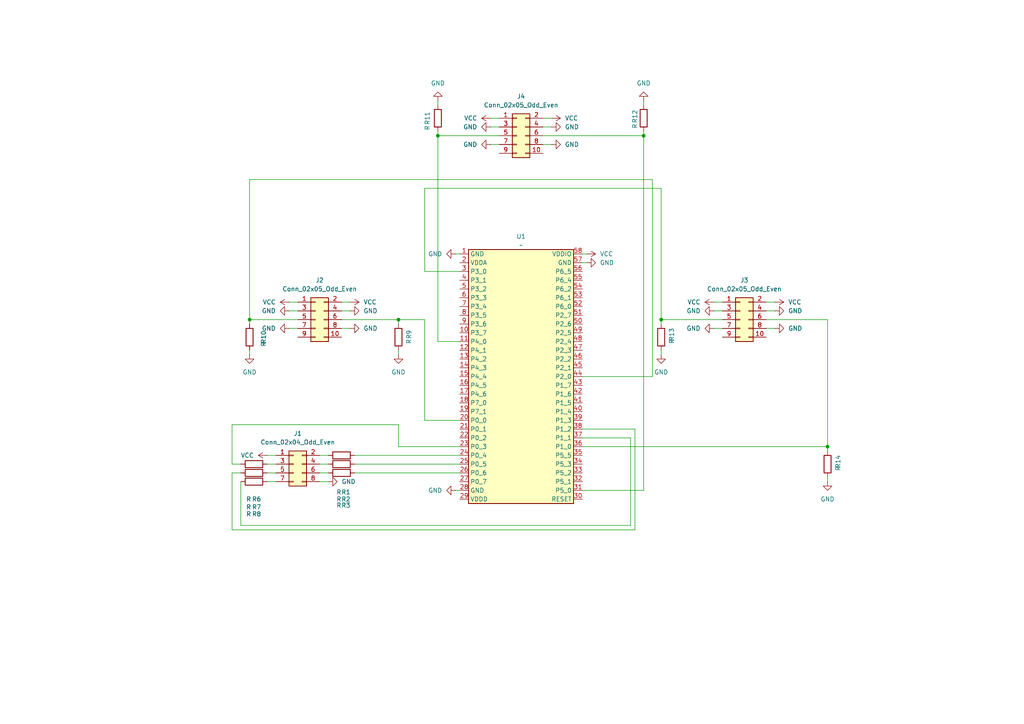
<source format=kicad_sch>
(kicad_sch (version 20231120) (generator "eeschema") (generator_version "8.0")
  (paper "A4")
  (lib_symbols
    (symbol "Connector_Generic:Conn_02x04_Odd_Even" (pin_names (offset 1.016) hide)
      (property "Reference" "J" (at 1.27 5.08 0))
      (property "Value" "Conn_02x04_Odd_Even" (at 1.27 -7.62 0))
      (symbol "Conn_02x04_Odd_Even_1_1"
        (rectangle (start -1.27 -4.953) (end 0 -5.207) (stroke (width 0.1524)))
        (rectangle (start -1.27 -2.413) (end 0 -2.667) (stroke (width 0.1524)))
        (rectangle (start -1.27 0.127) (end 0 -0.127) (stroke (width 0.1524)))
        (rectangle (start -1.27 2.667) (end 0 2.413) (stroke (width 0.1524)))
        (rectangle (start -1.27 3.81) (end 3.81 -6.35) (stroke (width 0.254)) (fill (type background)))
        (rectangle (start 3.81 -4.953) (end 2.54 -5.207) (stroke (width 0.1524)))
        (rectangle (start 3.81 -2.413) (end 2.54 -2.667) (stroke (width 0.1524)))
        (rectangle (start 3.81 0.127) (end 2.54 -0.127) (stroke (width 0.1524)))
        (rectangle (start 3.81 2.667) (end 2.54 2.413) (stroke (width 0.1524)))
        (pin passive line (at -5.08 2.54 0) (length 3.81) (name "Pin_1") (number "1"))
        (pin passive line (at 7.62 2.54 180) (length 3.81) (name "Pin_2") (number "2"))
        (pin passive line (at -5.08 0 0) (length 3.81) (name "Pin_3") (number "3"))
        (pin passive line (at 7.62 0 180) (length 3.81) (name "Pin_4") (number "4"))
        (pin passive line (at -5.08 -2.54 0) (length 3.81) (name "Pin_5") (number "5"))
        (pin passive line (at 7.62 -2.54 180) (length 3.81) (name "Pin_6") (number "6"))
        (pin passive line (at -5.08 -5.08 0) (length 3.81) (name "Pin_7") (number "7"))
        (pin passive line (at 7.62 -5.08 180) (length 3.81) (name "Pin_8") (number "8"))
      )
    )
    (symbol "Connector_Generic:Conn_02x05_Odd_Even" (pin_names (offset 1.016) hide)
      (property "Reference" "J" (at 1.27 7.62 0))
      (property "Value" "Conn_02x05_Odd_Even" (at 1.27 -7.62 0))
      (symbol "Conn_02x05_Odd_Even_1_1"
        (rectangle (start -1.27 -4.953) (end 0 -5.207) (stroke (width 0.1524)))
        (rectangle (start -1.27 -2.413) (end 0 -2.667) (stroke (width 0.1524)))
        (rectangle (start -1.27 0.127) (end 0 -0.127) (stroke (width 0.1524)))
        (rectangle (start -1.27 2.667) (end 0 2.413) (stroke (width 0.1524)))
        (rectangle (start -1.27 5.207) (end 0 4.953) (stroke (width 0.1524)))
        (rectangle (start -1.27 6.35) (end 3.81 -6.35) (stroke (width 0.254)) (fill (type background)))
        (rectangle (start 3.81 -4.953) (end 2.54 -5.207) (stroke (width 0.1524)))
        (rectangle (start 3.81 -2.413) (end 2.54 -2.667) (stroke (width 0.1524)))
        (rectangle (start 3.81 0.127) (end 2.54 -0.127) (stroke (width 0.1524)))
        (rectangle (start 3.81 2.667) (end 2.54 2.413) (stroke (width 0.1524)))
        (rectangle (start 3.81 5.207) (end 2.54 4.953) (stroke (width 0.1524)))
        (pin passive line (at -5.08 5.08 0) (length 3.81) (name "Pin_1") (number "1"))
        (pin passive line (at 7.62 -5.08 180) (length 3.81) (name "Pin_10") (number "10"))
        (pin passive line (at 7.62 5.08 180) (length 3.81) (name "Pin_2") (number "2"))
        (pin passive line (at -5.08 2.54 0) (length 3.81) (name "Pin_3") (number "3"))
        (pin passive line (at 7.62 2.54 180) (length 3.81) (name "Pin_4") (number "4"))
        (pin passive line (at -5.08 0 0) (length 3.81) (name "Pin_5") (number "5"))
        (pin passive line (at 7.62 0 180) (length 3.81) (name "Pin_6") (number "6"))
        (pin passive line (at -5.08 -2.54 0) (length 3.81) (name "Pin_7") (number "7"))
        (pin passive line (at 7.62 -2.54 180) (length 3.81) (name "Pin_8") (number "8"))
        (pin passive line (at -5.08 -5.08 0) (length 3.81) (name "Pin_9") (number "9"))
      )
    )
    (symbol "Device:R" (pin_numbers hide) (pin_names (offset 0))
      (property "Reference" "R" (at 2.032 0 90))
      (property "Value" "R" (at 0 0 90))
      (symbol "R_0_1"
        (rectangle (start -1.016 -2.54) (end 1.016 2.54) (stroke (width 0.254)))
      )
      (symbol "R_1_1"
        (pin passive line (at 0 3.81 270) (length 1.27) (name "~") (number "1"))
        (pin passive line (at 0 -3.81 90) (length 1.27) (name "~") (number "2"))
      )
    )
    (symbol "cypressPsoc4:Psoc4"
      (property "Reference" "U" (at 0 0 0))
      (symbol "Psoc4_0_1"
        (rectangle (start 0 -2.54) (end 30.48 -76.2) (stroke (width 0.254)) (fill (type background)))
      )
      (symbol "Psoc4_1_1"
        (pin power_in line (at -2.54 -3.81 0) (length 2.54) (name "GND") (number "1"))
        (pin bidirectional line (at -2.54 -26.67 0) (length 2.54) (name "P3_7") (number "10"))
        (pin bidirectional line (at -2.54 -29.21 0) (length 2.54) (name "P4_0") (number "11"))
        (pin bidirectional line (at -2.54 -31.75 0) (length 2.54) (name "P4_1") (number "12"))
        (pin bidirectional line (at -2.54 -34.29 0) (length 2.54) (name "P4_2") (number "13"))
        (pin bidirectional line (at -2.54 -36.83 0) (length 2.54) (name "P4_3") (number "14"))
        (pin bidirectional line (at -2.54 -39.37 0) (length 2.54) (name "P4_4") (number "15"))
        (pin bidirectional line (at -2.54 -41.91 0) (length 2.54) (name "P4_5") (number "16"))
        (pin bidirectional line (at -2.54 -44.45 0) (length 2.54) (name "P4_6") (number "17"))
        (pin bidirectional line (at -2.54 -46.99 0) (length 2.54) (name "P7_0") (number "18"))
        (pin bidirectional line (at -2.54 -49.53 0) (length 2.54) (name "P7_1") (number "19"))
        (pin power_in line (at -2.54 -6.35 0) (length 2.54) (name "VDDA") (number "2"))
        (pin bidirectional line (at -2.54 -52.07 0) (length 2.54) (name "P0_0") (number "20"))
        (pin bidirectional line (at -2.54 -54.61 0) (length 2.54) (name "P0_1") (number "21"))
        (pin bidirectional line (at -2.54 -57.15 0) (length 2.54) (name "P0_2") (number "22"))
        (pin bidirectional line (at -2.54 -59.69 0) (length 2.54) (name "P0_3") (number "23"))
        (pin bidirectional line (at -2.54 -62.23 0) (length 2.54) (name "P0_4") (number "24"))
        (pin bidirectional line (at -2.54 -64.77 0) (length 2.54) (name "P0_5") (number "25"))
        (pin bidirectional line (at -2.54 -67.31 0) (length 2.54) (name "P0_6") (number "26"))
        (pin bidirectional line (at -2.54 -69.85 0) (length 2.54) (name "P0_7") (number "27"))
        (pin power_in line (at -2.54 -72.39 0) (length 2.54) (name "GND") (number "28"))
        (pin power_in line (at -2.54 -74.93 0) (length 2.54) (name "VDDD") (number "29"))
        (pin bidirectional line (at -2.54 -8.89 0) (length 2.54) (name "P3_0") (number "3"))
        (pin power_in line (at 33.02 -74.93 180) (length 2.54) (name "RESET") (number "30"))
        (pin power_in line (at 33.02 -72.39 180) (length 2.54) (name "P5_0") (number "31"))
        (pin bidirectional line (at 33.02 -69.85 180) (length 2.54) (name "P5_1") (number "32"))
        (pin bidirectional line (at 33.02 -67.31 180) (length 2.54) (name "P5_2") (number "33"))
        (pin bidirectional line (at 33.02 -64.77 180) (length 2.54) (name "P5_3") (number "34"))
        (pin bidirectional line (at 33.02 -62.23 180) (length 2.54) (name "P5_5") (number "35"))
        (pin bidirectional line (at 33.02 -59.69 180) (length 2.54) (name "P1_0") (number "36"))
        (pin bidirectional line (at 33.02 -57.15 180) (length 2.54) (name "P1_1") (number "37"))
        (pin bidirectional line (at 33.02 -54.61 180) (length 2.54) (name "P1_2") (number "38"))
        (pin bidirectional line (at 33.02 -52.07 180) (length 2.54) (name "P1_3") (number "39"))
        (pin bidirectional line (at -2.54 -11.43 0) (length 2.54) (name "P3_1") (number "4"))
        (pin bidirectional line (at 33.02 -49.53 180) (length 2.54) (name "P1_4") (number "40"))
        (pin bidirectional line (at 33.02 -46.99 180) (length 2.54) (name "P1_5") (number "41"))
        (pin bidirectional line (at 33.02 -44.45 180) (length 2.54) (name "P1_6") (number "42"))
        (pin bidirectional line (at 33.02 -41.91 180) (length 2.54) (name "P1_7") (number "43"))
        (pin bidirectional line (at 33.02 -39.37 180) (length 2.54) (name "P2_0") (number "44"))
        (pin bidirectional line (at 33.02 -36.83 180) (length 2.54) (name "P2_1") (number "45"))
        (pin bidirectional line (at 33.02 -34.29 180) (length 2.54) (name "P2_2") (number "46"))
        (pin bidirectional line (at 33.02 -31.75 180) (length 2.54) (name "P2_3") (number "47"))
        (pin bidirectional line (at 33.02 -29.21 180) (length 2.54) (name "P2_4") (number "48"))
        (pin bidirectional line (at 33.02 -26.67 180) (length 2.54) (name "P2_5") (number "49"))
        (pin bidirectional line (at -2.54 -13.97 0) (length 2.54) (name "P3_2") (number "5"))
        (pin bidirectional line (at 33.02 -24.13 180) (length 2.54) (name "P2_6") (number "50"))
        (pin bidirectional line (at 33.02 -21.59 180) (length 2.54) (name "P2_7") (number "51"))
        (pin bidirectional line (at 33.02 -19.05 180) (length 2.54) (name "P6_0") (number "52"))
        (pin bidirectional line (at 33.02 -16.51 180) (length 2.54) (name "P6_1") (number "53"))
        (pin bidirectional line (at 33.02 -13.97 180) (length 2.54) (name "P6_2") (number "54"))
        (pin bidirectional line (at 33.02 -11.43 180) (length 2.54) (name "P6_4") (number "55"))
        (pin bidirectional line (at 33.02 -8.89 180) (length 2.54) (name "P6_5") (number "56"))
        (pin power_in line (at 33.02 -6.35 180) (length 2.54) (name "GND") (number "57"))
        (pin power_in line (at 33.02 -3.81 180) (length 2.54) (name "VDDIO") (number "58"))
        (pin bidirectional line (at -2.54 -16.51 0) (length 2.54) (name "P3_3") (number "6"))
        (pin bidirectional line (at -2.54 -19.05 0) (length 2.54) (name "P3_4") (number "7"))
        (pin bidirectional line (at -2.54 -21.59 0) (length 2.54) (name "P3_5") (number "8"))
        (pin bidirectional line (at -2.54 -24.13 0) (length 2.54) (name "P3_6") (number "9"))
      )
    )
    (symbol "power:GND" (power) (pin_numbers hide) (pin_names (offset 0) hide)
      (property "Value" "GND" (at 0 -3.81 0))
      (symbol "GND_0_1"
        (polyline (pts (xy 0 0) (xy 0 -1.27) (xy 1.27 -1.27) (xy 0 -2.54) (xy -1.27 -1.27) (xy 0 -1.27)))
      )
      (symbol "GND_1_1"
        (pin power_in line (at 0 0 270) (length 0) (name "~") (number "1"))
      )
    )
    (symbol "power:VCC" (power) (pin_numbers hide) (pin_names (offset 0) hide)
      (property "Value" "VCC" (at 0 3.556 0))
      (symbol "VCC_0_1"
        (polyline (pts (xy -0.762 1.27) (xy 0 2.54)))
        (polyline (pts (xy 0 0) (xy 0 2.54)))
        (polyline (pts (xy 0 2.54) (xy 0.762 1.27)))
      )
      (symbol "VCC_1_1"
        (pin power_in line (at 0 0 90) (length 0) (name "~") (number "1"))
      )
    )
  )
  (junction (at 240.03 129.54))
  (junction (at 127 39.37))
  (junction (at 186.69 39.37))
  (junction (at 115.57 92.71))
  (junction (at 191.77 92.71))
  (junction (at 72.39 92.71))
  (wire (pts (xy 127 99.06) (xy 127 39.37)))
  (wire (pts (xy 69.85 152.4) (xy 69.85 139.7)))
  (wire (pts (xy 207.01 90.17) (xy 209.55 90.17)))
  (wire (pts (xy 182.88 127) (xy 182.88 152.4)))
  (wire (pts (xy 99.06 87.63) (xy 101.6 87.63)))
  (wire (pts (xy 127 39.37) (xy 144.78 39.37)))
  (wire (pts (xy 191.77 54.61) (xy 191.77 92.71)))
  (wire (pts (xy 67.31 134.62) (xy 67.31 123.19)))
  (wire (pts (xy 168.91 109.22) (xy 189.23 109.22)))
  (wire (pts (xy 157.48 36.83) (xy 160.02 36.83)))
  (wire (pts (xy 157.48 39.37) (xy 186.69 39.37)))
  (wire (pts (xy 72.39 52.07) (xy 72.39 92.71)))
  (wire (pts (xy 142.24 36.83) (xy 144.78 36.83)))
  (wire (pts (xy 115.57 92.71) (xy 115.57 93.98)))
  (wire (pts (xy 123.19 121.92) (xy 133.35 121.92)))
  (wire (pts (xy 77.47 139.7) (xy 80.01 139.7)))
  (wire (pts (xy 157.48 34.29) (xy 160.02 34.29)))
  (wire (pts (xy 142.24 34.29) (xy 144.78 34.29)))
  (wire (pts (xy 102.87 137.16) (xy 133.35 137.16)))
  (wire (pts (xy 132.08 73.66) (xy 133.35 73.66)))
  (wire (pts (xy 182.88 152.4) (xy 69.85 152.4)))
  (wire (pts (xy 184.15 124.46) (xy 168.91 124.46)))
  (wire (pts (xy 102.87 134.62) (xy 133.35 134.62)))
  (wire (pts (xy 191.77 101.6) (xy 191.77 102.87)))
  (wire (pts (xy 69.85 137.16) (xy 67.31 137.16)))
  (wire (pts (xy 157.48 41.91) (xy 160.02 41.91)))
  (wire (pts (xy 77.47 137.16) (xy 80.01 137.16)))
  (wire (pts (xy 240.03 129.54) (xy 240.03 130.81)))
  (wire (pts (xy 67.31 123.19) (xy 115.57 123.19)))
  (wire (pts (xy 240.03 138.43) (xy 240.03 139.7)))
  (wire (pts (xy 99.06 95.25) (xy 101.6 95.25)))
  (wire (pts (xy 99.06 92.71) (xy 115.57 92.71)))
  (wire (pts (xy 102.87 132.08) (xy 133.35 132.08)))
  (wire (pts (xy 99.06 90.17) (xy 101.6 90.17)))
  (wire (pts (xy 189.23 52.07) (xy 72.39 52.07)))
  (wire (pts (xy 186.69 142.24) (xy 168.91 142.24)))
  (wire (pts (xy 72.39 101.6) (xy 72.39 102.87)))
  (wire (pts (xy 168.91 127) (xy 182.88 127)))
  (wire (pts (xy 80.01 132.08) (xy 77.47 132.08)))
  (wire (pts (xy 92.71 139.7) (xy 95.25 139.7)))
  (wire (pts (xy 69.85 134.62) (xy 67.31 134.62)))
  (wire (pts (xy 222.25 95.25) (xy 224.79 95.25)))
  (wire (pts (xy 184.15 153.67) (xy 184.15 124.46)))
  (wire (pts (xy 132.08 142.24) (xy 133.35 142.24)))
  (wire (pts (xy 207.01 87.63) (xy 209.55 87.63)))
  (wire (pts (xy 72.39 92.71) (xy 72.39 93.98)))
  (wire (pts (xy 186.69 39.37) (xy 186.69 142.24)))
  (wire (pts (xy 207.01 95.25) (xy 209.55 95.25)))
  (wire (pts (xy 168.91 76.2) (xy 170.18 76.2)))
  (wire (pts (xy 83.82 95.25) (xy 86.36 95.25)))
  (wire (pts (xy 222.25 87.63) (xy 224.79 87.63)))
  (wire (pts (xy 133.35 99.06) (xy 127 99.06)))
  (wire (pts (xy 123.19 54.61) (xy 191.77 54.61)))
  (wire (pts (xy 191.77 92.71) (xy 209.55 92.71)))
  (wire (pts (xy 168.91 129.54) (xy 240.03 129.54)))
  (wire (pts (xy 67.31 137.16) (xy 67.31 153.67)))
  (wire (pts (xy 67.31 153.67) (xy 184.15 153.67)))
  (wire (pts (xy 123.19 92.71) (xy 123.19 121.92)))
  (wire (pts (xy 133.35 78.74) (xy 123.19 78.74)))
  (wire (pts (xy 115.57 101.6) (xy 115.57 102.87)))
  (wire (pts (xy 77.47 134.62) (xy 80.01 134.62)))
  (wire (pts (xy 83.82 90.17) (xy 86.36 90.17)))
  (wire (pts (xy 142.24 41.91) (xy 144.78 41.91)))
  (wire (pts (xy 72.39 92.71) (xy 86.36 92.71)))
  (wire (pts (xy 92.71 137.16) (xy 95.25 137.16)))
  (wire (pts (xy 222.25 90.17) (xy 224.79 90.17)))
  (wire (pts (xy 83.82 87.63) (xy 86.36 87.63)))
  (wire (pts (xy 123.19 78.74) (xy 123.19 54.61)))
  (wire (pts (xy 240.03 129.54) (xy 240.03 92.71)))
  (wire (pts (xy 168.91 73.66) (xy 170.18 73.66)))
  (wire (pts (xy 127 38.1) (xy 127 39.37)))
  (wire (pts (xy 222.25 92.71) (xy 240.03 92.71)))
  (wire (pts (xy 186.69 38.1) (xy 186.69 39.37)))
  (wire (pts (xy 115.57 92.71) (xy 123.19 92.71)))
  (wire (pts (xy 191.77 92.71) (xy 191.77 93.98)))
  (wire (pts (xy 115.57 123.19) (xy 115.57 129.54)))
  (wire (pts (xy 115.57 129.54) (xy 133.35 129.54)))
  (wire (pts (xy 186.69 30.48) (xy 186.69 29.21)))
  (wire (pts (xy 127 30.48) (xy 127 29.21)))
  (wire (pts (xy 92.71 134.62) (xy 95.25 134.62)))
  (wire (pts (xy 92.71 132.08) (xy 95.25 132.08)))
  (wire (pts (xy 189.23 109.22) (xy 189.23 52.07)))
  (symbol (lib_id "power:GND") (at 83.82 95.25 270) (unit 1)
    (property "Reference" "#PWR02" (effects (hide yes)))
    (property "Value" "GND" (at 80.01 95.2499 90) (effects (justify right)))
    (property "Description" "Power symbol creates a global label with name \"GND\" , ground" (effects (hide yes)))
  )
  (symbol (lib_id "cypressPsoc4:Psoc4") (at 135.89 69.85 0) (unit 1)
    (property "Reference" "U1" (at 151.13 68.58 0))
    (property "Value" "~" (at 151.13 71.12 0))
  )
  (symbol (lib_id "power:GND") (at 170.18 76.2 90) (unit 1)
    (property "Reference" "#PWR026" (effects (hide yes)))
    (property "Value" "GND" (at 173.99 76.1999 90) (effects (justify right)))
    (property "Description" "Power symbol creates a global label with name \"GND\" , ground" (effects (hide yes)))
  )
  (symbol (lib_id "power:GND") (at 207.01 90.17 270) (unit 1)
    (property "Reference" "#PWR09" (effects (hide yes)))
    (property "Value" "GND" (at 203.2 90.1699 90) (effects (justify right)))
    (property "Description" "Power symbol creates a global label with name \"GND\" , ground" (effects (hide yes)))
  )
  (symbol (lib_id "Connector_Generic:Conn_02x04_Odd_Even") (at 85.09 134.62 0) (unit 1)
    (property "Reference" "J1" (at 86.36 125.73 0))
    (property "Value" "Conn_02x04_Odd_Even" (at 86.36 128.27 0))
    (property "Description" "Generic connector, double row, 02x04, odd/even pin numbering scheme (row 1 odd numbers, row 2 even numbers), script generated (kicad-library-utils/schlib/autogen/connector/)" (effects (hide yes)))
  )
  (symbol (lib_id "power:GND") (at 160.02 41.91 90) (unit 1)
    (property "Reference" "#PWR018" (effects (hide yes)))
    (property "Value" "GND" (at 163.83 41.9099 90) (effects (justify right)))
    (property "Description" "Power symbol creates a global label with name \"GND\" , ground" (effects (hide yes)))
  )
  (symbol (lib_id "power:GND") (at 72.39 102.87 0) (unit 1)
    (property "Reference" "#PWR019" (effects (hide yes)))
    (property "Value" "GND" (at 72.39 107.95 0))
    (property "Description" "Power symbol creates a global label with name \"GND\" , ground" (effects (hide yes)))
  )
  (symbol (lib_id "power:GND") (at 191.77 102.87 0) (unit 1)
    (property "Reference" "#PWR023" (effects (hide yes)))
    (property "Value" "GND" (at 191.77 107.95 0))
    (property "Description" "Power symbol creates a global label with name \"GND\" , ground" (effects (hide yes)))
  )
  (symbol (lib_id "Connector_Generic:Conn_02x05_Odd_Even") (at 149.86 39.37 0) (unit 1)
    (property "Reference" "J4" (at 151.13 27.94 0))
    (property "Value" "Conn_02x05_Odd_Even" (at 151.13 30.48 0))
    (property "Description" "Generic connector, double row, 02x05, odd/even pin numbering scheme (row 1 odd numbers, row 2 even numbers), script generated (kicad-library-utils/schlib/autogen/connector/)" (effects (hide yes)))
  )
  (symbol (lib_id "power:GND") (at 224.79 95.25 90) (unit 1)
    (property "Reference" "#PWR04" (effects (hide yes)))
    (property "Value" "GND" (at 228.6 95.2499 90) (effects (justify right)))
    (property "Description" "Power symbol creates a global label with name \"GND\" , ground" (effects (hide yes)))
  )
  (symbol (lib_id "power:GND") (at 160.02 36.83 90) (unit 1)
    (property "Reference" "#PWR017" (effects (hide yes)))
    (property "Value" "GND" (at 163.83 36.8299 90) (effects (justify right)))
    (property "Description" "Power symbol creates a global label with name \"GND\" , ground" (effects (hide yes)))
  )
  (symbol (lib_id "Device:R") (at 99.06 137.16 90) (unit 1)
    (property "Reference" "R3" (at 100.33 146.558 90))
    (property "Value" "R" (at 98.298 146.558 90))
    (property "Footprint" "Resistor_SMD:R_0805_2012Metric_Pad1.20x1.40mm_HandSolder" (effects (hide yes)))
    (property "Description" "Resistor" (effects (hide yes)))
  )
  (symbol (lib_id "Device:R") (at 127 34.29 0) (unit 1)
    (property "Reference" "R11" (at 123.952 34.29 90))
    (property "Value" "R" (at 123.952 37.084 90))
    (property "Footprint" "Resistor_SMD:R_0805_2012Metric_Pad1.20x1.40mm_HandSolder" (effects (hide yes)))
    (property "Description" "Resistor" (effects (hide yes)))
  )
  (symbol (lib_id "Connector_Generic:Conn_02x05_Odd_Even") (at 91.44 92.71 0) (unit 1)
    (property "Reference" "J2" (at 92.71 81.28 0))
    (property "Value" "Conn_02x05_Odd_Even" (at 92.71 83.82 0))
    (property "Description" "Generic connector, double row, 02x05, odd/even pin numbering scheme (row 1 odd numbers, row 2 even numbers), script generated (kicad-library-utils/schlib/autogen/connector/)" (effects (hide yes)))
  )
  (symbol (lib_id "Device:R") (at 240.03 134.62 180) (unit 1)
    (property "Reference" "R14" (at 243.078 133.858 90))
    (property "Value" "R" (at 243.078 135.89 90))
    (property "Footprint" "Resistor_SMD:R_0805_2012Metric_Pad1.20x1.40mm_HandSolder" (effects (hide yes)))
    (property "Description" "Resistor" (effects (hide yes)))
  )
  (symbol (lib_id "power:VCC") (at 77.47 132.08 90) (unit 1)
    (property "Reference" "#PWR030" (effects (hide yes)))
    (property "Value" "VCC" (at 73.66 132.0801 90) (effects (justify left)))
    (property "Description" "Power symbol creates a global label with name \"VCC\"" (effects (hide yes)))
  )
  (symbol (lib_id "power:VCC") (at 207.01 87.63 90) (unit 1)
    (property "Reference" "#PWR08" (effects (hide yes)))
    (property "Value" "VCC" (at 203.2 87.6299 90) (effects (justify left)))
    (property "Description" "Power symbol creates a global label with name \"VCC\"" (effects (hide yes)))
  )
  (symbol (lib_id "power:GND") (at 224.79 90.17 90) (unit 1)
    (property "Reference" "#PWR010" (effects (hide yes)))
    (property "Value" "GND" (at 228.6 90.1699 90) (effects (justify right)))
    (property "Description" "Power symbol creates a global label with name \"GND\" , ground" (effects (hide yes)))
  )
  (symbol (lib_id "power:VCC") (at 170.18 73.66 270) (unit 1)
    (property "Reference" "#PWR028" (effects (hide yes)))
    (property "Value" "VCC" (at 173.99 73.6599 90) (effects (justify left)))
    (property "Description" "Power symbol creates a global label with name \"VCC\"" (effects (hide yes)))
  )
  (symbol (lib_id "power:VCC") (at 101.6 87.63 270) (unit 1)
    (property "Reference" "#PWR06" (effects (hide yes)))
    (property "Value" "VCC" (at 105.41 87.6299 90) (effects (justify left)))
    (property "Description" "Power symbol creates a global label with name \"VCC\"" (effects (hide yes)))
  )
  (symbol (lib_id "power:VCC") (at 160.02 34.29 270) (unit 1)
    (property "Reference" "#PWR016" (effects (hide yes)))
    (property "Value" "VCC" (at 163.83 34.2899 90) (effects (justify left)))
    (property "Description" "Power symbol creates a global label with name \"VCC\"" (effects (hide yes)))
  )
  (symbol (lib_id "power:GND") (at 115.57 102.87 0) (unit 1)
    (property "Reference" "#PWR020" (effects (hide yes)))
    (property "Value" "GND" (at 115.57 107.95 0))
    (property "Description" "Power symbol creates a global label with name \"GND\" , ground" (effects (hide yes)))
  )
  (symbol (lib_id "power:GND") (at 142.24 36.83 270) (unit 1)
    (property "Reference" "#PWR014" (effects (hide yes)))
    (property "Value" "GND" (at 138.43 36.8299 90) (effects (justify right)))
    (property "Description" "Power symbol creates a global label with name \"GND\" , ground" (effects (hide yes)))
  )
  (symbol (lib_id "Connector_Generic:Conn_02x05_Odd_Even") (at 214.63 92.71 0) (unit 1)
    (property "Reference" "J3" (at 215.9 81.28 0))
    (property "Value" "Conn_02x05_Odd_Even" (at 215.9 83.82 0))
    (property "Description" "Generic connector, double row, 02x05, odd/even pin numbering scheme (row 1 odd numbers, row 2 even numbers), script generated (kicad-library-utils/schlib/autogen/connector/)" (effects (hide yes)))
  )
  (symbol (lib_id "power:GND") (at 240.03 139.7 0) (unit 1)
    (property "Reference" "#PWR024" (effects (hide yes)))
    (property "Value" "GND" (at 240.03 144.78 0))
    (property "Description" "Power symbol creates a global label with name \"GND\" , ground" (effects (hide yes)))
  )
  (symbol (lib_id "Device:R") (at 99.06 134.62 90) (unit 1)
    (property "Reference" "R2" (at 100.33 144.78 90))
    (property "Value" "R" (at 98.298 144.78 90))
    (property "Footprint" "Resistor_SMD:R_0805_2012Metric_Pad1.20x1.40mm_HandSolder" (effects (hide yes)))
    (property "Description" "Resistor" (effects (hide yes)))
  )
  (symbol (lib_id "power:VCC") (at 142.24 34.29 90) (unit 1)
    (property "Reference" "#PWR013" (effects (hide yes)))
    (property "Value" "VCC" (at 138.43 34.2899 90) (effects (justify left)))
    (property "Description" "Power symbol creates a global label with name \"VCC\"" (effects (hide yes)))
  )
  (symbol (lib_id "power:GND") (at 95.25 139.7 90) (unit 1)
    (property "Reference" "#PWR029" (effects (hide yes)))
    (property "Value" "GND" (at 99.06 139.6999 90) (effects (justify right)))
    (property "Description" "Power symbol creates a global label with name \"GND\" , ground" (effects (hide yes)))
  )
  (symbol (lib_id "power:VCC") (at 224.79 87.63 270) (unit 1)
    (property "Reference" "#PWR07" (effects (hide yes)))
    (property "Value" "VCC" (at 228.6 87.6299 90) (effects (justify left)))
    (property "Description" "Power symbol creates a global label with name \"VCC\"" (effects (hide yes)))
  )
  (symbol (lib_id "power:GND") (at 101.6 90.17 90) (unit 1)
    (property "Reference" "#PWR012" (effects (hide yes)))
    (property "Value" "GND" (at 105.41 90.1699 90) (effects (justify right)))
    (property "Description" "Power symbol creates a global label with name \"GND\" , ground" (effects (hide yes)))
  )
  (symbol (lib_id "Device:R") (at 72.39 97.79 180) (unit 1)
    (property "Reference" "R10" (at 76.454 97.79 90))
    (property "Value" "R" (at 76.454 99.822 90))
    (property "Footprint" "Resistor_SMD:R_0805_2012Metric_Pad1.20x1.40mm_HandSolder" (effects (hide yes)))
    (property "Description" "Resistor" (effects (hide yes)))
  )
  (symbol (lib_id "power:GND") (at 207.01 95.25 270) (unit 1)
    (property "Reference" "#PWR03" (effects (hide yes)))
    (property "Value" "GND" (at 203.2 95.2499 90) (effects (justify right)))
    (property "Description" "Power symbol creates a global label with name \"GND\" , ground" (effects (hide yes)))
  )
  (symbol (lib_id "Device:R") (at 115.57 97.79 180) (unit 1)
    (property "Reference" "R9" (at 118.618 97.028 90))
    (property "Value" "R" (at 118.618 99.06 90))
    (property "Footprint" "Resistor_SMD:R_0805_2012Metric_Pad1.20x1.40mm_HandSolder" (effects (hide yes)))
    (property "Description" "Resistor" (effects (hide yes)))
  )
  (symbol (lib_id "power:GND") (at 142.24 41.91 270) (unit 1)
    (property "Reference" "#PWR015" (effects (hide yes)))
    (property "Value" "GND" (at 138.43 41.9099 90) (effects (justify right)))
    (property "Description" "Power symbol creates a global label with name \"GND\" , ground" (effects (hide yes)))
  )
  (symbol (lib_id "power:GND") (at 83.82 90.17 270) (unit 1)
    (property "Reference" "#PWR011" (effects (hide yes)))
    (property "Value" "GND" (at 80.01 90.1699 90) (effects (justify right)))
    (property "Description" "Power symbol creates a global label with name \"GND\" , ground" (effects (hide yes)))
  )
  (symbol (lib_id "Device:R") (at 73.66 139.7 90) (unit 1)
    (property "Reference" "R8" (at 74.422 149.098 90))
    (property "Value" "R" (at 72.136 144.78 90))
    (property "Footprint" "Resistor_SMD:R_0805_2012Metric_Pad1.20x1.40mm_HandSolder" (effects (hide yes)))
    (property "Description" "Resistor" (effects (hide yes)))
  )
  (symbol (lib_id "Device:R") (at 191.77 97.79 180) (unit 1)
    (property "Reference" "R13" (at 194.818 97.028 90))
    (property "Value" "R" (at 194.818 99.06 90))
    (property "Footprint" "Resistor_SMD:R_0805_2012Metric_Pad1.20x1.40mm_HandSolder" (effects (hide yes)))
    (property "Description" "Resistor" (effects (hide yes)))
  )
  (symbol (lib_id "power:GND") (at 127 29.21 180) (unit 1)
    (property "Reference" "#PWR021" (effects (hide yes)))
    (property "Value" "GND" (at 127 24.13 0))
    (property "Description" "Power symbol creates a global label with name \"GND\" , ground" (effects (hide yes)))
  )
  (symbol (lib_id "power:GND") (at 101.6 95.25 90) (unit 1)
    (property "Reference" "#PWR01" (effects (hide yes)))
    (property "Value" "GND" (at 105.41 95.2499 90) (effects (justify right)))
    (property "Description" "Power symbol creates a global label with name \"GND\" , ground" (effects (hide yes)))
  )
  (symbol (lib_id "power:GND") (at 132.08 142.24 270) (unit 1)
    (property "Reference" "#PWR027" (effects (hide yes)))
    (property "Value" "GND" (at 128.27 142.2399 90) (effects (justify right)))
    (property "Description" "Power symbol creates a global label with name \"GND\" , ground" (effects (hide yes)))
  )
  (symbol (lib_id "Device:R") (at 99.06 132.08 90) (unit 1)
    (property "Reference" "R1" (at 100.33 142.748 90))
    (property "Value" "R" (at 98.298 142.748 90))
    (property "Footprint" "Resistor_SMD:R_0805_2012Metric_Pad1.20x1.40mm_HandSolder" (effects (hide yes)))
    (property "Description" "Resistor" (effects (hide yes)))
  )
  (symbol (lib_id "power:GND") (at 186.69 29.21 180) (unit 1)
    (property "Reference" "#PWR022" (effects (hide yes)))
    (property "Value" "GND" (at 186.69 24.13 0))
    (property "Description" "Power symbol creates a global label with name \"GND\" , ground" (effects (hide yes)))
  )
  (symbol (lib_id "Device:R") (at 73.66 137.16 90) (unit 1)
    (property "Reference" "R7" (at 74.422 147.066 90))
    (property "Value" "R" (at 72.136 147.066 90))
    (property "Footprint" "Resistor_SMD:R_0805_2012Metric_Pad1.20x1.40mm_HandSolder" (effects (hide yes)))
    (property "Description" "Resistor" (effects (hide yes)))
  )
  (symbol (lib_id "power:VCC") (at 83.82 87.63 90) (unit 1)
    (property "Reference" "#PWR05" (effects (hide yes)))
    (property "Value" "VCC" (at 80.01 87.6299 90) (effects (justify left)))
    (property "Description" "Power symbol creates a global label with name \"VCC\"" (effects (hide yes)))
  )
  (symbol (lib_id "power:GND") (at 132.08 73.66 270) (unit 1)
    (property "Reference" "#PWR025" (effects (hide yes)))
    (property "Value" "GND" (at 128.27 73.6599 90) (effects (justify right)))
    (property "Description" "Power symbol creates a global label with name \"GND\" , ground" (effects (hide yes)))
  )
  (symbol (lib_id "Device:R") (at 73.66 134.62 90) (unit 1)
    (property "Reference" "R6" (at 74.422 144.78 90))
    (property "Value" "R" (at 72.136 149.098 90))
    (property "Footprint" "Resistor_SMD:R_0805_2012Metric_Pad1.20x1.40mm_HandSolder" (effects (hide yes)))
    (property "Description" "Resistor" (effects (hide yes)))
  )
  (symbol (lib_id "Device:R") (at 186.69 34.29 0) (unit 1)
    (property "Reference" "R12" (at 184.15 33.782 90))
    (property "Value" "R" (at 184.15 36.576 90))
    (property "Footprint" "Resistor_SMD:R_0805_2012Metric_Pad1.20x1.40mm_HandSolder" (effects (hide yes)))
    (property "Description" "Resistor" (effects (hide yes)))
  )
)
</source>
